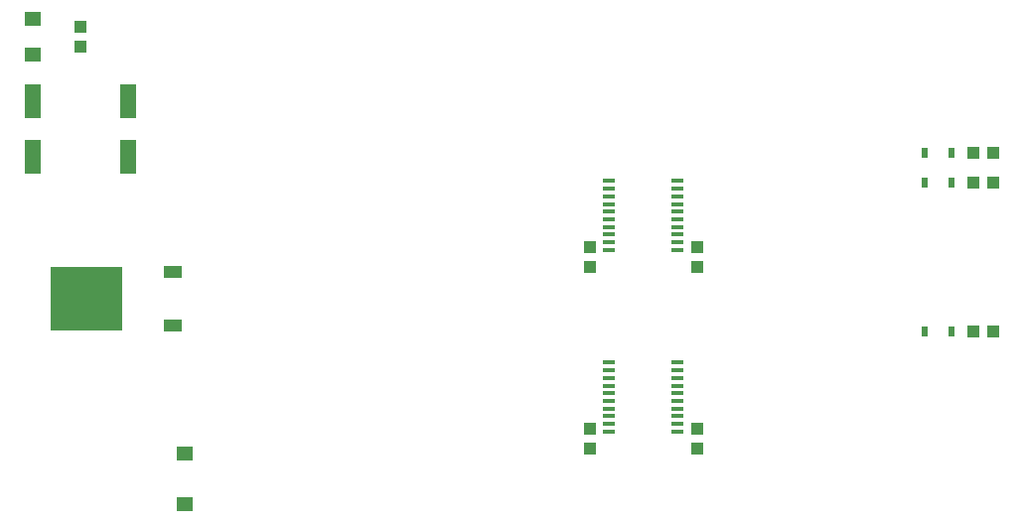
<source format=gtp>
G75*
%MOIN*%
%OFA0B0*%
%FSLAX24Y24*%
%IPPOS*%
%LPD*%
%AMOC8*
5,1,8,0,0,1.08239X$1,22.5*
%
%ADD10R,0.2441X0.2126*%
%ADD11R,0.0630X0.0394*%
%ADD12R,0.0551X0.1181*%
%ADD13R,0.0390X0.0120*%
%ADD14R,0.0394X0.0433*%
%ADD15R,0.0579X0.0500*%
%ADD16R,0.0551X0.0472*%
%ADD17R,0.0248X0.0327*%
%ADD18R,0.0433X0.0394*%
D10*
X030256Y013483D03*
D11*
X033130Y012586D03*
X033130Y014381D03*
D12*
X031640Y018238D03*
X028440Y018238D03*
X028440Y020128D03*
X031640Y020128D03*
D13*
X047791Y017435D03*
X047791Y017179D03*
X047791Y016923D03*
X047791Y016667D03*
X047791Y016411D03*
X047791Y016155D03*
X047791Y015899D03*
X047791Y015644D03*
X047791Y015388D03*
X047791Y015132D03*
X050089Y015132D03*
X050089Y015388D03*
X050089Y015644D03*
X050089Y015899D03*
X050089Y016155D03*
X050089Y016411D03*
X050089Y016667D03*
X050089Y016923D03*
X050089Y017179D03*
X050089Y017435D03*
X050089Y011335D03*
X050089Y011079D03*
X050089Y010823D03*
X050089Y010567D03*
X050089Y010311D03*
X050089Y010055D03*
X050089Y009799D03*
X050089Y009544D03*
X050089Y009288D03*
X050089Y009032D03*
X047791Y009032D03*
X047791Y009288D03*
X047791Y009544D03*
X047791Y009799D03*
X047791Y010055D03*
X047791Y010311D03*
X047791Y010567D03*
X047791Y010823D03*
X047791Y011079D03*
X047791Y011335D03*
D14*
X047140Y009118D03*
X047140Y008449D03*
X050740Y008449D03*
X050740Y009118D03*
X050740Y014549D03*
X050740Y015218D03*
X047140Y015218D03*
X047140Y014549D03*
X030040Y021949D03*
X030040Y022618D03*
D15*
X033540Y006587D03*
X033540Y008280D03*
D16*
X028440Y021693D03*
X028440Y022874D03*
D17*
X058387Y018383D03*
X059293Y018383D03*
X059293Y017383D03*
X058387Y017383D03*
X058387Y012383D03*
X059293Y012383D03*
D18*
X060005Y012383D03*
X060675Y012383D03*
X060675Y017383D03*
X060005Y017383D03*
X060005Y018383D03*
X060675Y018383D03*
M02*

</source>
